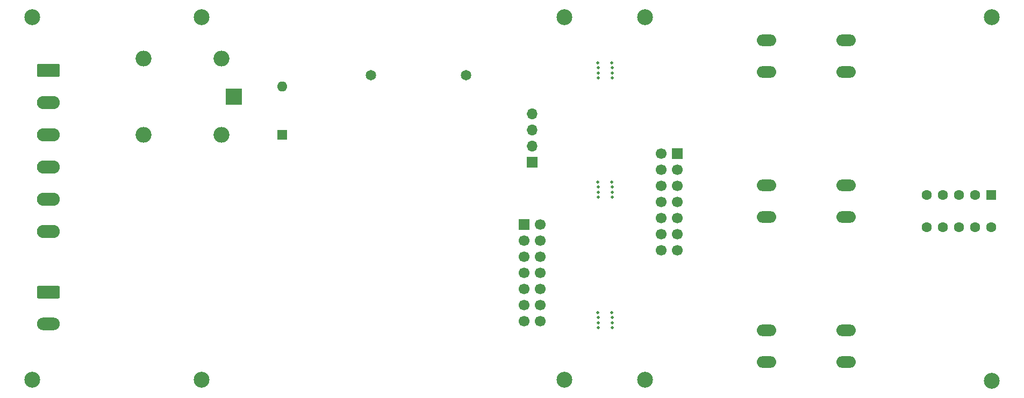
<source format=gbs>
%TF.GenerationSoftware,KiCad,Pcbnew,(6.0.8-1)-1*%
%TF.CreationDate,2022-12-05T17:27:23+03:00*%
%TF.ProjectId,MilkPompV2,4d696c6b-506f-46d7-9056-322e6b696361,V1*%
%TF.SameCoordinates,Original*%
%TF.FileFunction,Soldermask,Bot*%
%TF.FilePolarity,Negative*%
%FSLAX46Y46*%
G04 Gerber Fmt 4.6, Leading zero omitted, Abs format (unit mm)*
G04 Created by KiCad (PCBNEW (6.0.8-1)-1) date 2022-12-05 17:27:23*
%MOMM*%
%LPD*%
G01*
G04 APERTURE LIST*
G04 Aperture macros list*
%AMRoundRect*
0 Rectangle with rounded corners*
0 $1 Rounding radius*
0 $2 $3 $4 $5 $6 $7 $8 $9 X,Y pos of 4 corners*
0 Add a 4 corners polygon primitive as box body*
4,1,4,$2,$3,$4,$5,$6,$7,$8,$9,$2,$3,0*
0 Add four circle primitives for the rounded corners*
1,1,$1+$1,$2,$3*
1,1,$1+$1,$4,$5*
1,1,$1+$1,$6,$7*
1,1,$1+$1,$8,$9*
0 Add four rect primitives between the rounded corners*
20,1,$1+$1,$2,$3,$4,$5,0*
20,1,$1+$1,$4,$5,$6,$7,0*
20,1,$1+$1,$6,$7,$8,$9,0*
20,1,$1+$1,$8,$9,$2,$3,0*%
G04 Aperture macros list end*
%ADD10C,0.500000*%
%ADD11C,1.650000*%
%ADD12C,2.500000*%
%ADD13RoundRect,0.250000X-1.550000X0.750000X-1.550000X-0.750000X1.550000X-0.750000X1.550000X0.750000X0*%
%ADD14O,3.600000X2.000000*%
%ADD15R,1.600000X1.600000*%
%ADD16C,1.600000*%
%ADD17R,2.500000X2.500000*%
%ADD18O,2.500000X2.500000*%
%ADD19O,1.600000X1.600000*%
%ADD20O,3.048000X1.850000*%
%ADD21R,1.700000X1.700000*%
%ADD22C,1.700000*%
%ADD23O,3.600000X2.080000*%
%ADD24RoundRect,0.249999X-1.550001X0.790001X-1.550001X-0.790001X1.550001X-0.790001X1.550001X0.790001X0*%
%ADD25O,1.700000X1.700000*%
G04 APERTURE END LIST*
D10*
%TO.C,mouse-bite-2.54mm-slot*%
X174193200Y-101244400D03*
X176393200Y-100444400D03*
X176377600Y-99618800D03*
X174177600Y-99618800D03*
X176393200Y-102044400D03*
X176393200Y-101244400D03*
X174193200Y-102044400D03*
X174193200Y-100444400D03*
%TD*%
D11*
%TO.C,LS1*%
X138381500Y-82773000D03*
X153381500Y-82773000D03*
%TD*%
D12*
%TO.C,H9*%
X111760000Y-73660000D03*
%TD*%
D13*
%TO.C,J6*%
X87597500Y-117037600D03*
D14*
X87597500Y-122037600D03*
%TD*%
D15*
%TO.C,U3*%
X236157500Y-101672500D03*
D16*
X233617500Y-101672500D03*
X231077500Y-101672500D03*
X228537500Y-101672500D03*
X225997500Y-101672500D03*
X225997500Y-106752500D03*
X228537500Y-106752500D03*
X231077500Y-106752500D03*
X233617500Y-106752500D03*
X236157500Y-106752500D03*
%TD*%
D12*
%TO.C,H4*%
X168910000Y-130810000D03*
%TD*%
D17*
%TO.C,K1*%
X116840000Y-86202000D03*
D18*
X114840000Y-80202000D03*
X102640000Y-80202000D03*
X102640000Y-92202000D03*
X114840000Y-92202000D03*
%TD*%
D12*
%TO.C,H2*%
X85090000Y-130810000D03*
%TD*%
D15*
%TO.C,D3*%
X124460000Y-92202000D03*
D19*
X124460000Y-84582000D03*
%TD*%
D20*
%TO.C,SW3*%
X213270000Y-82327595D03*
X200770000Y-82327595D03*
X200770000Y-77327595D03*
X213270000Y-77327595D03*
%TD*%
D21*
%TO.C,J4*%
X162560000Y-106375200D03*
D22*
X165100000Y-106375200D03*
X162560000Y-108915200D03*
X165100000Y-108915200D03*
X162560000Y-111455200D03*
X165100000Y-111455200D03*
X162560000Y-113995200D03*
X165100000Y-113995200D03*
X162560000Y-116535200D03*
X165100000Y-116535200D03*
X162560000Y-119075200D03*
X165100000Y-119075200D03*
X162560000Y-121615200D03*
X165100000Y-121615200D03*
%TD*%
D12*
%TO.C,H5*%
X181610000Y-73660000D03*
%TD*%
%TO.C,H8*%
X236220000Y-130937000D03*
%TD*%
D10*
%TO.C,mouse-bite-2.54mm-slot*%
X174193200Y-82448400D03*
X176393200Y-81648400D03*
X176377600Y-80822800D03*
X174177600Y-80822800D03*
X176393200Y-83248400D03*
X176393200Y-82448400D03*
X174193200Y-83248400D03*
X174193200Y-81648400D03*
%TD*%
D12*
%TO.C,H10*%
X111760000Y-130810000D03*
%TD*%
%TO.C,H6*%
X181610000Y-130810000D03*
%TD*%
D10*
%TO.C,mouse-bite-2.54mm-slot*%
X174193200Y-121818400D03*
X176393200Y-121018400D03*
X176377600Y-120192800D03*
X174177600Y-120192800D03*
X176393200Y-122618400D03*
X176393200Y-121818400D03*
X174193200Y-122618400D03*
X174193200Y-121018400D03*
%TD*%
D20*
%TO.C,SW2*%
X200770000Y-100187595D03*
X213270000Y-100187595D03*
X213270000Y-105187595D03*
X200770000Y-105187595D03*
%TD*%
D12*
%TO.C,H7*%
X236220000Y-73660000D03*
%TD*%
%TO.C,H1*%
X85090000Y-73660000D03*
%TD*%
D23*
%TO.C,J1*%
X87597500Y-107442000D03*
X87597500Y-102362000D03*
X87597500Y-97282000D03*
X87597500Y-92202000D03*
X87597500Y-87122000D03*
D24*
X87597500Y-82042000D03*
%TD*%
D20*
%TO.C,SW1*%
X213270000Y-123047595D03*
X200770000Y-123047595D03*
X213270000Y-128047595D03*
X200770000Y-128047595D03*
%TD*%
D12*
%TO.C,H3*%
X168910000Y-73660000D03*
%TD*%
D21*
%TO.C,J3*%
X163830000Y-96520000D03*
D25*
X163830000Y-93980000D03*
X163830000Y-91440000D03*
X163830000Y-88900000D03*
%TD*%
D21*
%TO.C,J2*%
X186695000Y-95197595D03*
D22*
X184155000Y-95197595D03*
X186695000Y-97737595D03*
X184155000Y-97737595D03*
X186695000Y-100277595D03*
X184155000Y-100277595D03*
X186695000Y-102817595D03*
X184155000Y-102817595D03*
X186695000Y-105357595D03*
X184155000Y-105357595D03*
X186695000Y-107897595D03*
X184155000Y-107897595D03*
X186695000Y-110437595D03*
X184155000Y-110437595D03*
%TD*%
M02*

</source>
